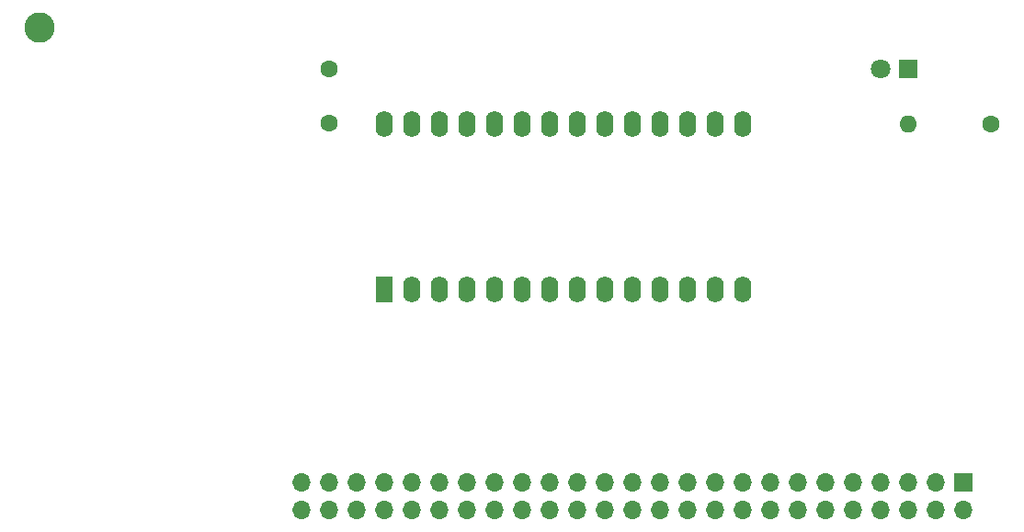
<source format=gbr>
%TF.GenerationSoftware,KiCad,Pcbnew,5.1.9*%
%TF.CreationDate,2021-02-01T10:15:42+01:00*%
%TF.ProjectId,ROM_27_28_DIP,524f4d5f-3237-45f3-9238-5f4449502e6b,1.1*%
%TF.SameCoordinates,Original*%
%TF.FileFunction,Soldermask,Bot*%
%TF.FilePolarity,Negative*%
%FSLAX46Y46*%
G04 Gerber Fmt 4.6, Leading zero omitted, Abs format (unit mm)*
G04 Created by KiCad (PCBNEW 5.1.9) date 2021-02-01 10:15:42*
%MOMM*%
%LPD*%
G01*
G04 APERTURE LIST*
%ADD10O,1.600000X2.400000*%
%ADD11R,1.600000X2.400000*%
%ADD12O,1.700000X1.700000*%
%ADD13R,1.700000X1.700000*%
%ADD14C,2.800000*%
%ADD15C,1.600000*%
%ADD16O,1.600000X1.600000*%
%ADD17C,1.800000*%
%ADD18R,1.800000X1.800000*%
G04 APERTURE END LIST*
D10*
%TO.C,U1*%
X127000000Y-116840000D03*
X160020000Y-132080000D03*
X129540000Y-116840000D03*
X157480000Y-132080000D03*
X132080000Y-116840000D03*
X154940000Y-132080000D03*
X134620000Y-116840000D03*
X152400000Y-132080000D03*
X137160000Y-116840000D03*
X149860000Y-132080000D03*
X139700000Y-116840000D03*
X147320000Y-132080000D03*
X142240000Y-116840000D03*
X144780000Y-132080000D03*
X144780000Y-116840000D03*
X142240000Y-132080000D03*
X147320000Y-116840000D03*
X139700000Y-132080000D03*
X149860000Y-116840000D03*
X137160000Y-132080000D03*
X152400000Y-116840000D03*
X134620000Y-132080000D03*
X154940000Y-116840000D03*
X132080000Y-132080000D03*
X157480000Y-116840000D03*
X129540000Y-132080000D03*
X160020000Y-116840000D03*
D11*
X127000000Y-132080000D03*
%TD*%
D12*
%TO.C,J1*%
X119380000Y-152400000D03*
X119380000Y-149860000D03*
X121920000Y-152400000D03*
X121920000Y-149860000D03*
X124460000Y-152400000D03*
X124460000Y-149860000D03*
X127000000Y-152400000D03*
X127000000Y-149860000D03*
X129540000Y-152400000D03*
X129540000Y-149860000D03*
X132080000Y-152400000D03*
X132080000Y-149860000D03*
X134620000Y-152400000D03*
X134620000Y-149860000D03*
X137160000Y-152400000D03*
X137160000Y-149860000D03*
X139700000Y-152400000D03*
X139700000Y-149860000D03*
X142240000Y-152400000D03*
X142240000Y-149860000D03*
X144780000Y-152400000D03*
X144780000Y-149860000D03*
X147320000Y-152400000D03*
X147320000Y-149860000D03*
X149860000Y-152400000D03*
X149860000Y-149860000D03*
X152400000Y-152400000D03*
X152400000Y-149860000D03*
X154940000Y-152400000D03*
X154940000Y-149860000D03*
X157480000Y-152400000D03*
X157480000Y-149860000D03*
X160020000Y-152400000D03*
X160020000Y-149860000D03*
X162560000Y-152400000D03*
X162560000Y-149860000D03*
X165100000Y-152400000D03*
X165100000Y-149860000D03*
X167640000Y-152400000D03*
X167640000Y-149860000D03*
X170180000Y-152400000D03*
X170180000Y-149860000D03*
X172720000Y-152400000D03*
X172720000Y-149860000D03*
X175260000Y-152400000D03*
X175260000Y-149860000D03*
X177800000Y-152400000D03*
X177800000Y-149860000D03*
X180340000Y-152400000D03*
D13*
X180340000Y-149860000D03*
%TD*%
D14*
%TO.C,TP1*%
X95250000Y-107950000D03*
%TD*%
D15*
%TO.C,C1*%
X121920000Y-116760000D03*
X121920000Y-111760000D03*
%TD*%
D16*
%TO.C,R1*%
X175260000Y-116840000D03*
D15*
X182880000Y-116840000D03*
%TD*%
D17*
%TO.C,D1*%
X172720000Y-111760000D03*
D18*
X175260000Y-111760000D03*
%TD*%
M02*

</source>
